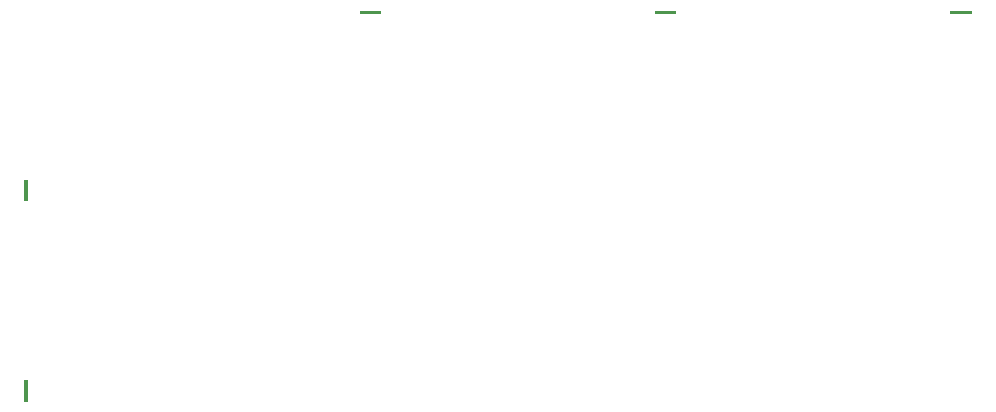
<source format=gbo>
G04 #@! TF.GenerationSoftware,KiCad,Pcbnew,(5.0.0)*
G04 #@! TF.CreationDate,2018-11-08T09:58:05+09:00*
G04 #@! TF.ProjectId,MicSwitch003,4D69635377697463683030332E6B6963,rev?*
G04 #@! TF.SameCoordinates,Original*
G04 #@! TF.FileFunction,Legend,Bot*
G04 #@! TF.FilePolarity,Positive*
%FSLAX46Y46*%
G04 Gerber Fmt 4.6, Leading zero omitted, Abs format (unit mm)*
G04 Created by KiCad (PCBNEW (5.0.0)) date 11/08/18 09:58:05*
%MOMM*%
%LPD*%
G01*
G04 APERTURE LIST*
%ADD10C,0.100000*%
G04 APERTURE END LIST*
D10*
G04 #@! TO.C,CN1-MICIN1*
G36*
X128601100Y-82103600D02*
X130401100Y-82103600D01*
X130401100Y-81803600D01*
X128601100Y-81803600D01*
X128601100Y-82103600D01*
G37*
G04 #@! TO.C,CN2-RIGHT1*
G36*
X178601100Y-82103600D02*
X180401100Y-82103600D01*
X180401100Y-81803600D01*
X178601100Y-81803600D01*
X178601100Y-82103600D01*
G37*
G04 #@! TO.C,CN3-LEFT1*
G36*
X153601100Y-82103600D02*
X155401100Y-82103600D01*
X155401100Y-81803600D01*
X153601100Y-81803600D01*
X153601100Y-82103600D01*
G37*
G04 #@! TO.C,TO-ARUDINO1*
G36*
X100501100Y-114903600D02*
X100501100Y-113103600D01*
X100201100Y-113103600D01*
X100201100Y-114903600D01*
X100501100Y-114903600D01*
G37*
G04 #@! TO.C,TO-KEYPADSW1*
G36*
X100501100Y-97903600D02*
X100501100Y-96103600D01*
X100201100Y-96103600D01*
X100201100Y-97903600D01*
X100501100Y-97903600D01*
G37*
G04 #@! TD*
M02*

</source>
